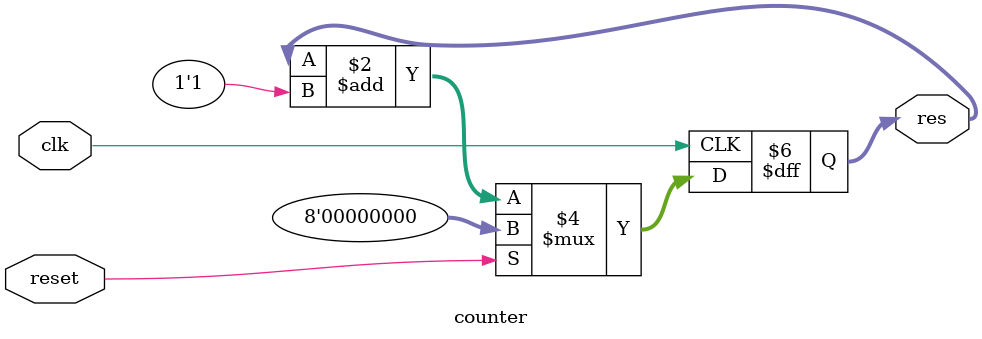
<source format=sv>
`timescale 1us/1us

module counter (
  input logic clk, reset,
  output logic [7:0] res
);

always @(posedge clk) begin
    if (reset)
        res <= 8'b0;
    else
        res <= res + 1'b1;
end

endmodule

</source>
